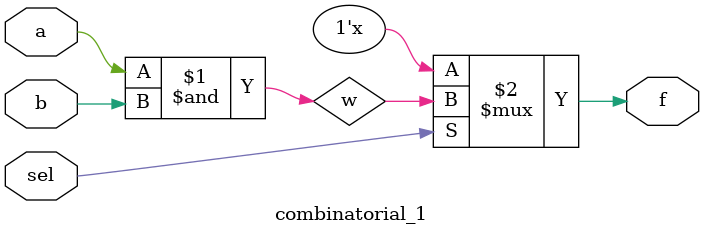
<source format=v>
module combinatorial_1(a,b,sel,f);
    
    input a,b,sel; 
    output f;
    wire w;
    and g1(w,a,b);
    bufif1 b1(f,w,sel);
    
endmodule
</source>
